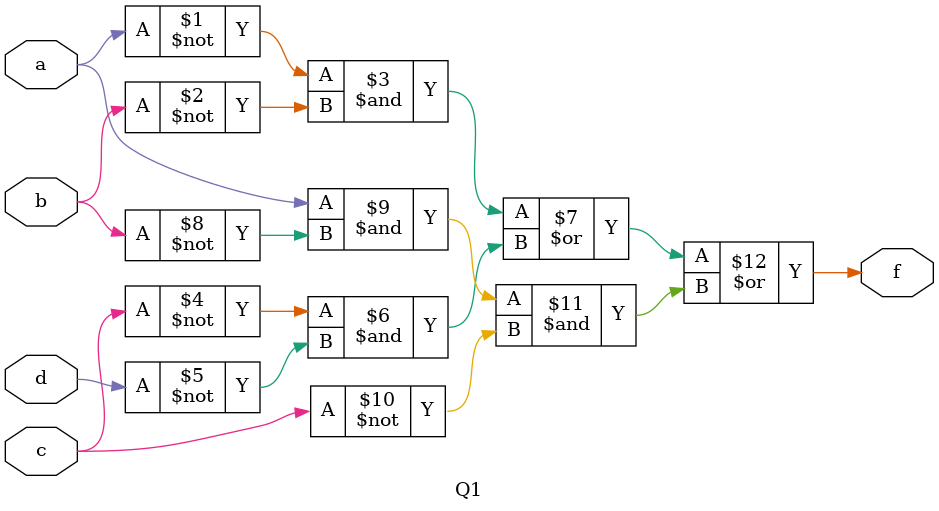
<source format=v>
module Q1 (a,b,c,d,f);
input a,b,c,d;
output f;
assign f=(((~a)&(~b))|((~c)&(~d))|(a&(~b)&(~c)));
endmodule

</source>
